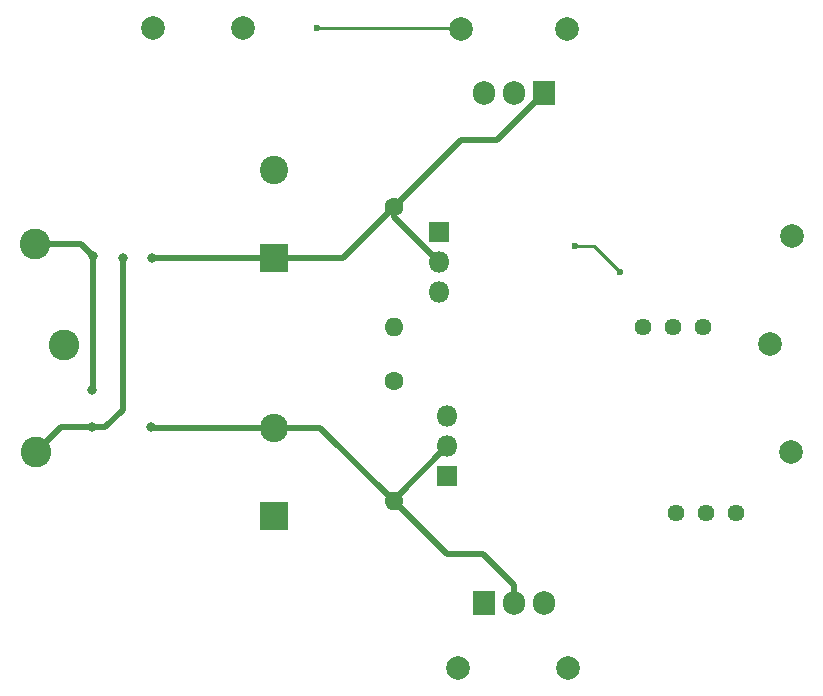
<source format=gbr>
G04 #@! TF.GenerationSoftware,KiCad,Pcbnew,(5.1.10-0-10_14)*
G04 #@! TF.CreationDate,2021-10-15T20:20:18+02:00*
G04 #@! TF.ProjectId,lv-lownoise-psu,6c762d6c-6f77-46e6-9f69-73652d707375,rev?*
G04 #@! TF.SameCoordinates,Original*
G04 #@! TF.FileFunction,Copper,L2,Bot*
G04 #@! TF.FilePolarity,Positive*
%FSLAX46Y46*%
G04 Gerber Fmt 4.6, Leading zero omitted, Abs format (unit mm)*
G04 Created by KiCad (PCBNEW (5.1.10-0-10_14)) date 2021-10-15 20:20:18*
%MOMM*%
%LPD*%
G01*
G04 APERTURE LIST*
G04 #@! TA.AperFunction,ComponentPad*
%ADD10C,2.000000*%
G04 #@! TD*
G04 #@! TA.AperFunction,ComponentPad*
%ADD11O,1.600000X1.600000*%
G04 #@! TD*
G04 #@! TA.AperFunction,ComponentPad*
%ADD12C,1.600000*%
G04 #@! TD*
G04 #@! TA.AperFunction,ComponentPad*
%ADD13O,1.800000X1.800000*%
G04 #@! TD*
G04 #@! TA.AperFunction,ComponentPad*
%ADD14R,1.800000X1.800000*%
G04 #@! TD*
G04 #@! TA.AperFunction,ComponentPad*
%ADD15O,1.905000X2.000000*%
G04 #@! TD*
G04 #@! TA.AperFunction,ComponentPad*
%ADD16R,1.905000X2.000000*%
G04 #@! TD*
G04 #@! TA.AperFunction,ComponentPad*
%ADD17C,2.400000*%
G04 #@! TD*
G04 #@! TA.AperFunction,ComponentPad*
%ADD18R,2.400000X2.400000*%
G04 #@! TD*
G04 #@! TA.AperFunction,ComponentPad*
%ADD19C,1.440000*%
G04 #@! TD*
G04 #@! TA.AperFunction,ComponentPad*
%ADD20C,2.600000*%
G04 #@! TD*
G04 #@! TA.AperFunction,ViaPad*
%ADD21C,0.800000*%
G04 #@! TD*
G04 #@! TA.AperFunction,ViaPad*
%ADD22C,0.600000*%
G04 #@! TD*
G04 #@! TA.AperFunction,Conductor*
%ADD23C,0.500000*%
G04 #@! TD*
G04 #@! TA.AperFunction,Conductor*
%ADD24C,0.250000*%
G04 #@! TD*
G04 APERTURE END LIST*
D10*
X119761000Y-85471000D03*
X129032000Y-85471000D03*
X128968500Y-31369000D03*
X120015000Y-31369000D03*
X93916500Y-31305500D03*
X101536500Y-31305500D03*
X147955000Y-67183000D03*
X146113500Y-58039000D03*
X148018500Y-48958500D03*
D11*
X114300000Y-71374000D03*
D12*
X114300000Y-61214000D03*
D11*
X114300000Y-56642000D03*
D12*
X114300000Y-46482000D03*
D13*
X118808500Y-64198500D03*
X118808500Y-66738500D03*
D14*
X118808500Y-69278500D03*
D13*
X118110000Y-53657500D03*
X118110000Y-51117500D03*
D14*
X118110000Y-48577500D03*
D15*
X127000000Y-80010000D03*
X124460000Y-80010000D03*
D16*
X121920000Y-80010000D03*
D15*
X121920000Y-36830000D03*
X124460000Y-36830000D03*
D16*
X127000000Y-36830000D03*
D17*
X104140000Y-65151000D03*
D18*
X104140000Y-72651000D03*
D17*
X104140000Y-43300000D03*
D18*
X104140000Y-50800000D03*
D19*
X143256000Y-72390000D03*
X140716000Y-72390000D03*
X138176000Y-72390000D03*
X140462000Y-56642000D03*
X137922000Y-56642000D03*
X135382000Y-56642000D03*
D20*
X83921600Y-49631600D03*
X86360000Y-58166000D03*
X83972400Y-67259200D03*
D21*
X93827600Y-50800000D03*
X88849200Y-50647600D03*
X88726000Y-61997600D03*
X93726000Y-65125600D03*
D22*
X107759500Y-31305500D03*
D21*
X88747600Y-65125600D03*
X91338400Y-50800000D03*
D22*
X133477000Y-52006500D03*
X129611500Y-49792000D03*
D23*
X109982000Y-50800000D02*
X114300000Y-46482000D01*
X104140000Y-50800000D02*
X109982000Y-50800000D01*
X114300000Y-47307500D02*
X114300000Y-46482000D01*
X118110000Y-51117500D02*
X114300000Y-47307500D01*
X114300000Y-46482000D02*
X119951500Y-40830500D01*
X122999500Y-40830500D02*
X127000000Y-36830000D01*
X119951500Y-40830500D02*
X122999500Y-40830500D01*
X104140000Y-50800000D02*
X93827600Y-50800000D01*
X87833200Y-49631600D02*
X88849200Y-50647600D01*
X83921600Y-49631600D02*
X87833200Y-49631600D01*
X88849200Y-61874400D02*
X88726000Y-61997600D01*
X88849200Y-50647600D02*
X88849200Y-61874400D01*
X108077000Y-65151000D02*
X114300000Y-71374000D01*
X104140000Y-65151000D02*
X108077000Y-65151000D01*
X114300000Y-71247000D02*
X114300000Y-71374000D01*
X118808500Y-66738500D02*
X114300000Y-71247000D01*
X114300000Y-71374000D02*
X118808500Y-75882500D01*
X124460000Y-78510000D02*
X124460000Y-80010000D01*
X121832500Y-75882500D02*
X124460000Y-78510000D01*
X118808500Y-75882500D02*
X121832500Y-75882500D01*
X93751400Y-65151000D02*
X93726000Y-65125600D01*
X104140000Y-65151000D02*
X93751400Y-65151000D01*
D24*
X119951500Y-31305500D02*
X120015000Y-31369000D01*
X107759500Y-31305500D02*
X119951500Y-31305500D01*
D23*
X83972400Y-67259200D02*
X86106000Y-65125600D01*
X86106000Y-65125600D02*
X88747600Y-65125600D01*
X88747600Y-65125600D02*
X89865200Y-65125600D01*
X91338400Y-63652400D02*
X91338400Y-50800000D01*
X89865200Y-65125600D02*
X91338400Y-63652400D01*
D24*
X131262500Y-49792000D02*
X129611500Y-49792000D01*
X133477000Y-52006500D02*
X131262500Y-49792000D01*
M02*

</source>
